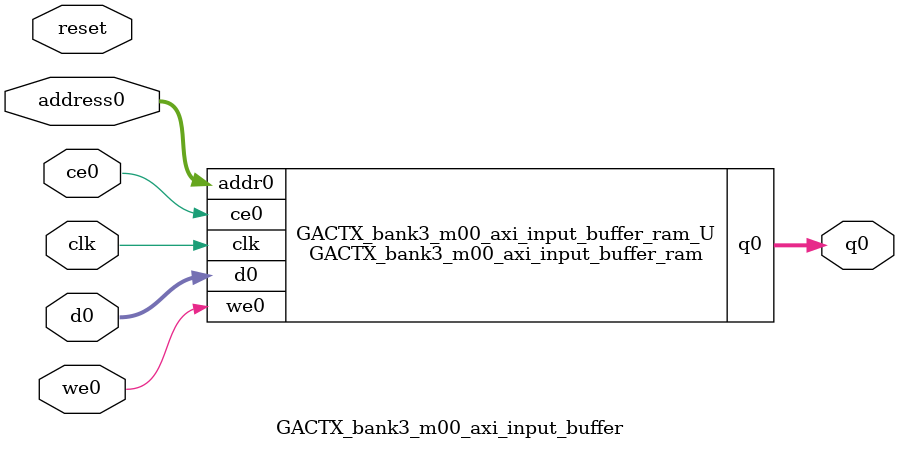
<source format=v>
`timescale 1 ns / 1 ps
module GACTX_bank3_m00_axi_input_buffer_ram (addr0, ce0, d0, we0, q0,  clk);

parameter DWIDTH = 32;
parameter AWIDTH = 13;
parameter MEM_SIZE = 8192;

input[AWIDTH-1:0] addr0;
input ce0;
input[DWIDTH-1:0] d0;
input we0;
output reg[DWIDTH-1:0] q0;
input clk;

(* ram_style = "block" *)reg [DWIDTH-1:0] ram[0:MEM_SIZE-1];




always @(posedge clk)  
begin 
    if (ce0) 
    begin
        if (we0) 
        begin 
            ram[addr0] <= d0; 
        end 
        q0 <= ram[addr0];
    end
end


endmodule

`timescale 1 ns / 1 ps
module GACTX_bank3_m00_axi_input_buffer(
    reset,
    clk,
    address0,
    ce0,
    we0,
    d0,
    q0);

parameter DataWidth = 32'd32;
parameter AddressRange = 32'd8192;
parameter AddressWidth = 32'd13;
input reset;
input clk;
input[AddressWidth - 1:0] address0;
input ce0;
input we0;
input[DataWidth - 1:0] d0;
output[DataWidth - 1:0] q0;



GACTX_bank3_m00_axi_input_buffer_ram GACTX_bank3_m00_axi_input_buffer_ram_U(
    .clk( clk ),
    .addr0( address0 ),
    .ce0( ce0 ),
    .we0( we0 ),
    .d0( d0 ),
    .q0( q0 ));

endmodule


</source>
